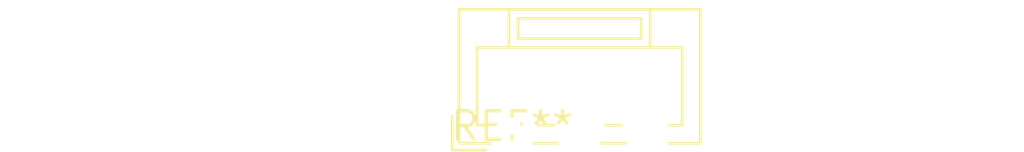
<source format=kicad_pcb>
(kicad_pcb (version 20240108) (generator pcbnew)
  (layers (0 "F.Cu" signal) (31 "B.Cu" signal) (34 "B.Paste" user) (35 "F.Paste" user) (36 "B.SilkS" user "B.Silkscreen") (37 "F.SilkS" user "F.Silkscreen") (38 "B.Mask" user) (39 "F.Mask" user) (44 "Edge.Cuts" user))
  (net 0 "")
  (footprint "JST_ZE_B05B-ZESK-D_1x05_P1.50mm_Vertical" (layer "F.Cu") (at 0 0)
    (property "Reference" "REF**")
    (property "Value" "JST_ZE_B05B-ZESK-D_1x05_P1.50mm_Vertical")
    (fp_line (start -2.66 -0.44) (end -2.66 1.06) (layer "F.SilkS") (stroke (width 0.12)))
    (fp_line (start -2.66 1.06) (end -1.16 1.06) (layer "F.SilkS") (stroke (width 0.12)))
    (fp_line (start -2.36 -5.21) (end 8.36 -5.21) (layer "F.SilkS") (stroke (width 0.12)))
    (fp_line (start -2.36 0.76) (end -2.36 -5.21) (layer "F.SilkS") (stroke (width 0.12)))
    (fp_line (start -1.56 -3.51) (end -1.56 -0.04) (layer "F.SilkS") (stroke (width 0.12)))
    (fp_line (start -1.56 -0.04) (end -1 -0.04) (layer "F.SilkS") (stroke (width 0.12)))
    (fp_line (start -0.96 0.76) (end -2.36 0.76) (layer "F.SilkS") (stroke (width 0.12)))
    (fp_line (start -0.14 -5.21) (end -0.14 -3.51) (layer "F.SilkS") (stroke (width 0.12)))
    (fp_line (start -0.14 -3.51) (end -1.56 -3.51) (layer "F.SilkS") (stroke (width 0.12)))
    (fp_line (start -0.14 -3.51) (end 6.14 -3.51) (layer "F.SilkS") (stroke (width 0.12)))
    (fp_line (start 0.26 -4.81) (end 0.26 -3.91) (layer "F.SilkS") (stroke (width 0.12)))
    (fp_line (start 0.26 -3.91) (end 5.74 -3.91) (layer "F.SilkS") (stroke (width 0.12)))
    (fp_line (start 0.96 0.76) (end 2.04 0.76) (layer "F.SilkS") (stroke (width 0.12)))
    (fp_line (start 1.135 -0.04) (end 1.865 -0.04) (layer "F.SilkS") (stroke (width 0.12)))
    (fp_line (start 3.96 0.76) (end 5.04 0.76) (layer "F.SilkS") (stroke (width 0.12)))
    (fp_line (start 4.135 -0.04) (end 4.865 -0.04) (layer "F.SilkS") (stroke (width 0.12)))
    (fp_line (start 5.74 -4.81) (end 0.26 -4.81) (layer "F.SilkS") (stroke (width 0.12)))
    (fp_line (start 5.74 -3.91) (end 5.74 -4.81) (layer "F.SilkS") (stroke (width 0.12)))
    (fp_line (start 6.14 -5.21) (end -0.14 -5.21) (layer "F.SilkS") (stroke (width 0.12)))
    (fp_line (start 6.14 -3.51) (end 6.14 -5.21) (layer "F.SilkS") (stroke (width 0.12)))
    (fp_line (start 6.14 -3.51) (end 7.56 -3.51) (layer "F.SilkS") (stroke (width 0.12)))
    (fp_line (start 7.56 -3.51) (end 7.56 -0.04) (layer "F.SilkS") (stroke (width 0.12)))
    (fp_line (start 7.56 -0.04) (end 7 -0.04) (layer "F.SilkS") (stroke (width 0.12)))
    (fp_line (start 8.36 -5.21) (end 8.36 0.76) (layer "F.SilkS") (stroke (width 0.12)))
    (fp_line (start 8.36 0.76) (end 6.96 0.76) (layer "F.SilkS") (stroke (width 0.12)))
    (pad "1" thru_hole custom (at 0 0) (size 1.117157 1.117157) (drill 0.75) (layers *.Cu *.Mask) (remove_unused_layers) (options (clearance outline) (anchor circle)) (primitives (gr_poly (pts (xy 0.45 -0.225) (xy 0.45 0.625) (xy -0.45 0.625) (xy -0.45 -0.625) (xy 0.05 -0.625)) (width 0.5) (fill yes))))
    (pad "2" thru_hole oval (at 1.5 -2) (size 1.4 1.75) (drill 0.75) (layers *.Cu *.Mask) (remove_unused_layers))
    (pad "3" thru_hole oval (at 3 0) (size 1.4 1.75) (drill 0.75) (layers *.Cu *.Mask) (remove_unused_layers))
    (pad "4" thru_hole oval (at 4.5 -2) (size 1.4 1.75) (drill 0.75) (layers *.Cu *.Mask) (remove_unused_layers))
    (pad "5" thru_hole oval (at 6 0) (size 1.4 1.75) (drill 0.75) (layers *.Cu *.Mask) (remove_unused_layers))
  )
)
</source>
